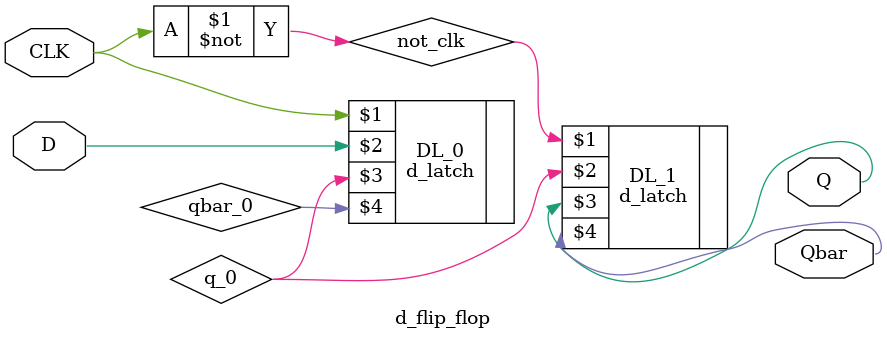
<source format=v>
module d_flip_flop(CLK, D, Q, Qbar);
	input CLK, D;
	output Q, Qbar;
	wire not_clk, q_0, qbar_0;

	not(not_clk, CLK);
	d_latch DL_0(CLK, 			D, 		q_0, 	qbar_0);
	d_latch DL_1(not_clk, 	q_0, 	Q, 		Qbar);
endmodule

</source>
